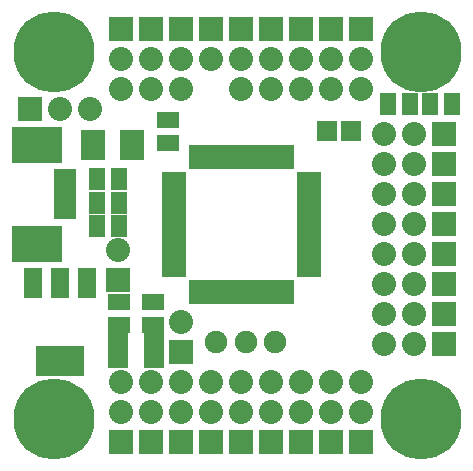
<source format=gts>
G04 (created by PCBNEW-RS274X (2012-01-19 BZR 3256)-stable) date 10/26/2012 1:28:17 PM*
G01*
G70*
G90*
%MOIN*%
G04 Gerber Fmt 3.4, Leading zero omitted, Abs format*
%FSLAX34Y34*%
G04 APERTURE LIST*
%ADD10C,0.006000*%
%ADD11C,0.270000*%
%ADD12R,0.169600X0.118400*%
%ADD13R,0.075100X0.039700*%
%ADD14R,0.055000X0.075000*%
%ADD15R,0.075000X0.055000*%
%ADD16R,0.067200X0.067200*%
%ADD17R,0.070000X0.120000*%
%ADD18R,0.080000X0.100000*%
%ADD19R,0.036000X0.080000*%
%ADD20R,0.080000X0.036000*%
%ADD21C,0.075000*%
%ADD22R,0.164000X0.100000*%
%ADD23R,0.060000X0.100000*%
%ADD24R,0.080000X0.080000*%
%ADD25C,0.080000*%
G04 APERTURE END LIST*
G54D10*
G54D11*
X64750Y-40250D03*
X64750Y-28000D03*
X52500Y-28000D03*
X52500Y-40250D03*
G54D12*
X51927Y-34404D03*
X51927Y-31096D03*
G54D13*
X52872Y-33380D03*
X52872Y-33065D03*
X52872Y-32120D03*
X52872Y-32435D03*
X52872Y-32750D03*
G54D14*
X54675Y-32250D03*
X53925Y-32250D03*
X54675Y-33050D03*
X53925Y-33050D03*
X64375Y-29750D03*
X63625Y-29750D03*
G54D15*
X55810Y-37105D03*
X55810Y-36355D03*
G54D16*
X62413Y-30650D03*
X61587Y-30650D03*
G54D14*
X54675Y-33800D03*
X53925Y-33800D03*
G54D17*
X55820Y-37940D03*
X54620Y-37940D03*
G54D14*
X65025Y-29750D03*
X65775Y-29750D03*
G54D18*
X53800Y-31100D03*
X55100Y-31100D03*
G54D19*
X58750Y-31500D03*
X58435Y-31500D03*
X58120Y-31500D03*
X57805Y-31500D03*
X57490Y-31500D03*
X57175Y-31500D03*
X59065Y-31500D03*
X59380Y-31500D03*
X59695Y-31500D03*
X60010Y-31500D03*
X60325Y-31500D03*
X58750Y-36000D03*
X58435Y-36000D03*
X58120Y-36000D03*
X57805Y-36000D03*
X57490Y-36000D03*
X57175Y-36000D03*
X59065Y-36000D03*
X59380Y-36000D03*
X59695Y-36000D03*
X60010Y-36000D03*
X60325Y-36000D03*
G54D20*
X56500Y-33750D03*
X61000Y-33750D03*
X56500Y-34065D03*
X61000Y-34065D03*
X61000Y-34380D03*
X56500Y-34380D03*
X56500Y-34695D03*
X61000Y-34695D03*
X61000Y-35010D03*
X56500Y-35010D03*
X56500Y-35325D03*
X61000Y-35325D03*
X61000Y-33435D03*
X56500Y-33435D03*
X56500Y-33120D03*
X61000Y-33120D03*
X61000Y-32805D03*
X56500Y-32805D03*
X56500Y-32490D03*
X61000Y-32490D03*
X61000Y-32175D03*
X56500Y-32175D03*
G54D21*
X57906Y-37660D03*
X59874Y-37660D03*
X58890Y-37660D03*
G54D15*
X56300Y-30275D03*
X56300Y-31025D03*
X54670Y-36355D03*
X54670Y-37105D03*
G54D22*
X52717Y-38295D03*
G54D23*
X52717Y-35695D03*
X51817Y-35695D03*
X53617Y-35695D03*
G54D24*
X55750Y-27250D03*
G54D25*
X55750Y-28250D03*
X55750Y-29250D03*
G54D24*
X51700Y-29900D03*
G54D25*
X52700Y-29900D03*
X53700Y-29900D03*
G54D24*
X62750Y-27250D03*
G54D25*
X62750Y-28250D03*
X62750Y-29250D03*
G54D24*
X65500Y-30750D03*
G54D25*
X64500Y-30750D03*
X63500Y-30750D03*
G54D24*
X65500Y-34750D03*
G54D25*
X64500Y-34750D03*
X63500Y-34750D03*
G54D24*
X65500Y-35750D03*
G54D25*
X64500Y-35750D03*
X63500Y-35750D03*
G54D24*
X65500Y-37750D03*
G54D25*
X64500Y-37750D03*
X63500Y-37750D03*
G54D24*
X65500Y-36750D03*
G54D25*
X64500Y-36750D03*
X63500Y-36750D03*
G54D24*
X62750Y-41000D03*
G54D25*
X62750Y-40000D03*
X62750Y-39000D03*
G54D24*
X61750Y-41000D03*
G54D25*
X61750Y-40000D03*
X61750Y-39000D03*
G54D24*
X59750Y-41000D03*
G54D25*
X59750Y-40000D03*
X59750Y-39000D03*
G54D24*
X60750Y-41000D03*
G54D25*
X60750Y-40000D03*
X60750Y-39000D03*
G54D24*
X58750Y-41000D03*
G54D25*
X58750Y-40000D03*
X58750Y-39000D03*
G54D24*
X65500Y-31750D03*
G54D25*
X64500Y-31750D03*
X63500Y-31750D03*
G54D24*
X65500Y-32750D03*
G54D25*
X64500Y-32750D03*
X63500Y-32750D03*
G54D24*
X65500Y-33750D03*
G54D25*
X64500Y-33750D03*
X63500Y-33750D03*
G54D24*
X57750Y-41000D03*
G54D25*
X57750Y-40000D03*
X57750Y-39000D03*
G54D24*
X56750Y-41000D03*
G54D25*
X56750Y-40000D03*
X56750Y-39000D03*
G54D24*
X55750Y-41000D03*
G54D25*
X55750Y-40000D03*
X55750Y-39000D03*
G54D24*
X54750Y-41000D03*
G54D25*
X54750Y-40000D03*
X54750Y-39000D03*
G54D24*
X54750Y-27250D03*
G54D25*
X54750Y-28250D03*
X54750Y-29250D03*
G54D24*
X61750Y-27250D03*
G54D25*
X61750Y-28250D03*
X61750Y-29250D03*
G54D24*
X60750Y-27250D03*
G54D25*
X60750Y-28250D03*
X60750Y-29250D03*
G54D24*
X59750Y-27250D03*
G54D25*
X59750Y-28250D03*
X59750Y-29250D03*
G54D24*
X58750Y-27250D03*
G54D25*
X58750Y-28250D03*
X58750Y-29250D03*
G54D24*
X56750Y-27250D03*
G54D25*
X56750Y-28250D03*
X56750Y-29250D03*
G54D24*
X54650Y-35600D03*
G54D25*
X54650Y-34600D03*
G54D24*
X57750Y-27250D03*
G54D25*
X57750Y-28250D03*
G54D24*
X56750Y-38000D03*
G54D25*
X56750Y-37000D03*
M02*

</source>
